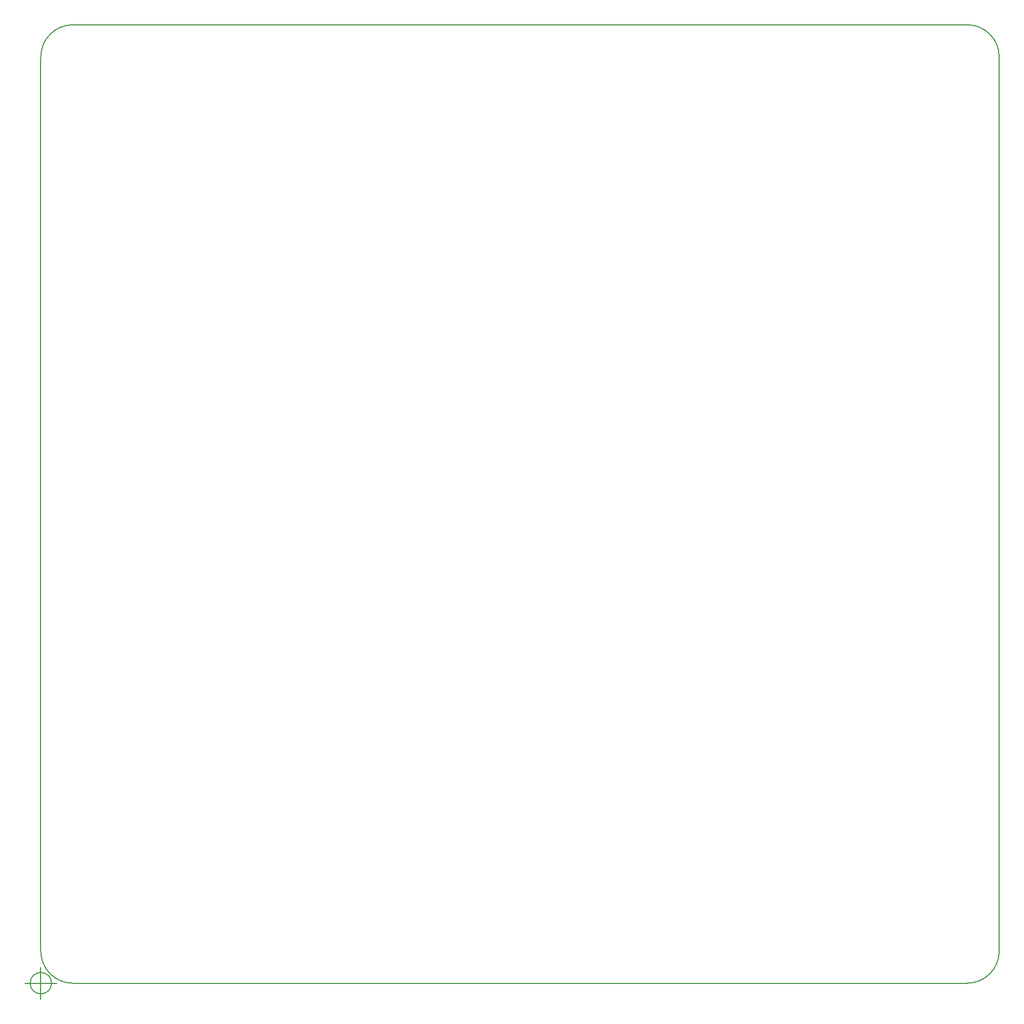
<source format=gbr>
G04 #@! TF.GenerationSoftware,KiCad,Pcbnew,(5.0.2)-1*
G04 #@! TF.CreationDate,2019-05-17T00:02:46-02:30*
G04 #@! TF.ProjectId,LVDC Distribution,4c564443-2044-4697-9374-726962757469,rev?*
G04 #@! TF.SameCoordinates,Original*
G04 #@! TF.FileFunction,Profile,NP*
%FSLAX46Y46*%
G04 Gerber Fmt 4.6, Leading zero omitted, Abs format (unit mm)*
G04 Created by KiCad (PCBNEW (5.0.2)-1) date 5/17/2019 12:02:46 AM*
%MOMM*%
%LPD*%
G01*
G04 APERTURE LIST*
%ADD10C,0.150000*%
G04 APERTURE END LIST*
D10*
X200000000Y-145000000D02*
G75*
G02X195000000Y-150000000I-5000000J0D01*
G01*
X195000000Y0D02*
G75*
G02X200000000Y-5000000I0J-5000000D01*
G01*
X50000000Y-5000000D02*
G75*
G02X55000000Y0I5000000J0D01*
G01*
X55000000Y-150000000D02*
G75*
G02X50000000Y-145000000I0J5000000D01*
G01*
X195000000Y-150000000D02*
X55000000Y-150000000D01*
X200000000Y-5000000D02*
X200000000Y-145000000D01*
X55000000Y0D02*
X195000000Y0D01*
X50000000Y-145000000D02*
X50000000Y-5000000D01*
X51666666Y-150000000D02*
G75*
G03X51666666Y-150000000I-1666666J0D01*
G01*
X47500000Y-150000000D02*
X52500000Y-150000000D01*
X50000000Y-147500000D02*
X50000000Y-152500000D01*
M02*

</source>
